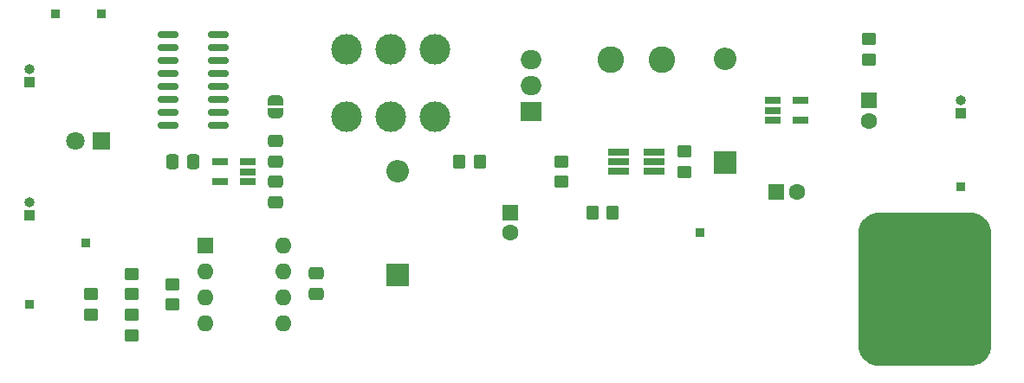
<source format=gts>
G04 #@! TF.GenerationSoftware,KiCad,Pcbnew,7.0.10*
G04 #@! TF.CreationDate,2024-02-12T15:02:02-05:00*
G04 #@! TF.ProjectId,breakout_pcb,62726561-6b6f-4757-945f-7063622e6b69,rev?*
G04 #@! TF.SameCoordinates,Original*
G04 #@! TF.FileFunction,Soldermask,Top*
G04 #@! TF.FilePolarity,Negative*
%FSLAX46Y46*%
G04 Gerber Fmt 4.6, Leading zero omitted, Abs format (unit mm)*
G04 Created by KiCad (PCBNEW 7.0.10) date 2024-02-12 15:02:02*
%MOMM*%
%LPD*%
G01*
G04 APERTURE LIST*
G04 Aperture macros list*
%AMRoundRect*
0 Rectangle with rounded corners*
0 $1 Rounding radius*
0 $2 $3 $4 $5 $6 $7 $8 $9 X,Y pos of 4 corners*
0 Add a 4 corners polygon primitive as box body*
4,1,4,$2,$3,$4,$5,$6,$7,$8,$9,$2,$3,0*
0 Add four circle primitives for the rounded corners*
1,1,$1+$1,$2,$3*
1,1,$1+$1,$4,$5*
1,1,$1+$1,$6,$7*
1,1,$1+$1,$8,$9*
0 Add four rect primitives between the rounded corners*
20,1,$1+$1,$2,$3,$4,$5,0*
20,1,$1+$1,$4,$5,$6,$7,0*
20,1,$1+$1,$6,$7,$8,$9,0*
20,1,$1+$1,$8,$9,$2,$3,0*%
%AMFreePoly0*
4,1,19,0.500000,-0.750000,0.000000,-0.750000,0.000000,-0.744911,-0.071157,-0.744911,-0.207708,-0.704816,-0.327430,-0.627875,-0.420627,-0.520320,-0.479746,-0.390866,-0.500000,-0.250000,-0.500000,0.250000,-0.479746,0.390866,-0.420627,0.520320,-0.327430,0.627875,-0.207708,0.704816,-0.071157,0.744911,0.000000,0.744911,0.000000,0.750000,0.500000,0.750000,0.500000,-0.750000,0.500000,-0.750000,
$1*%
%AMFreePoly1*
4,1,19,0.000000,0.744911,0.071157,0.744911,0.207708,0.704816,0.327430,0.627875,0.420627,0.520320,0.479746,0.390866,0.500000,0.250000,0.500000,-0.250000,0.479746,-0.390866,0.420627,-0.520320,0.327430,-0.627875,0.207708,-0.704816,0.071157,-0.744911,0.000000,-0.744911,0.000000,-0.750000,-0.500000,-0.750000,-0.500000,0.750000,0.000000,0.750000,0.000000,0.744911,0.000000,0.744911,
$1*%
G04 Aperture macros list end*
%ADD10R,0.850000X0.850000*%
%ADD11R,1.600000X1.600000*%
%ADD12O,1.600000X1.600000*%
%ADD13C,3.000000*%
%ADD14R,1.000000X1.000000*%
%ADD15O,1.000000X1.000000*%
%ADD16R,1.560000X0.650000*%
%ADD17RoundRect,0.250000X-0.450000X0.350000X-0.450000X-0.350000X0.450000X-0.350000X0.450000X0.350000X0*%
%ADD18RoundRect,0.250000X-0.350000X-0.450000X0.350000X-0.450000X0.350000X0.450000X-0.350000X0.450000X0*%
%ADD19C,1.600000*%
%ADD20R,2.200000X2.200000*%
%ADD21O,2.200000X2.200000*%
%ADD22RoundRect,0.250000X0.450000X-0.350000X0.450000X0.350000X-0.450000X0.350000X-0.450000X-0.350000X0*%
%ADD23RoundRect,0.250000X-0.475000X0.337500X-0.475000X-0.337500X0.475000X-0.337500X0.475000X0.337500X0*%
%ADD24RoundRect,0.250000X-0.337500X-0.475000X0.337500X-0.475000X0.337500X0.475000X-0.337500X0.475000X0*%
%ADD25R,2.000000X0.650000*%
%ADD26RoundRect,0.150000X-0.825000X-0.150000X0.825000X-0.150000X0.825000X0.150000X-0.825000X0.150000X0*%
%ADD27C,2.600000*%
%ADD28R,2.000000X1.905000*%
%ADD29O,2.000000X1.905000*%
%ADD30RoundRect,0.250000X0.350000X0.450000X-0.350000X0.450000X-0.350000X-0.450000X0.350000X-0.450000X0*%
%ADD31FreePoly0,270.000000*%
%ADD32FreePoly1,270.000000*%
%ADD33RoundRect,0.250000X0.475000X-0.337500X0.475000X0.337500X-0.475000X0.337500X-0.475000X-0.337500X0*%
%ADD34R,1.800000X1.800000*%
%ADD35C,1.800000*%
G04 APERTURE END LIST*
D10*
X190000000Y-61500000D03*
X101500000Y-44500000D03*
D11*
X116200000Y-67200000D03*
D12*
X116200000Y-69740000D03*
X116200000Y-72280000D03*
X116200000Y-74820000D03*
X123820000Y-74820000D03*
X123820000Y-72280000D03*
X123820000Y-69740000D03*
X123820000Y-67200000D03*
D13*
X138636000Y-54604000D03*
X134318000Y-54604000D03*
X138636000Y-48000000D03*
X134318000Y-48000000D03*
X130000000Y-54604000D03*
X130000000Y-48000000D03*
D14*
X190000000Y-54270000D03*
D15*
X190000000Y-53000000D03*
D16*
X120350000Y-60950000D03*
X120350000Y-60000000D03*
X120350000Y-59050000D03*
X117650000Y-59050000D03*
X117650000Y-60950000D03*
D10*
X106000000Y-44500000D03*
D17*
X105000000Y-72000000D03*
X105000000Y-74000000D03*
D18*
X141000000Y-59000000D03*
X143000000Y-59000000D03*
D11*
X181000000Y-53000000D03*
D19*
X181000000Y-55000000D03*
D16*
X171650000Y-53050000D03*
X171650000Y-54000000D03*
X171650000Y-54950000D03*
X174350000Y-54950000D03*
X174350000Y-53050000D03*
D20*
X167000000Y-59080000D03*
D21*
X167000000Y-48920000D03*
D10*
X104500000Y-67000000D03*
D22*
X109000000Y-76000000D03*
X109000000Y-74000000D03*
D23*
X127000000Y-69925000D03*
X127000000Y-72000000D03*
D24*
X112962500Y-59000000D03*
X115037500Y-59000000D03*
D14*
X99000000Y-51270000D03*
D15*
X99000000Y-50000000D03*
D25*
X156580000Y-58050000D03*
X156580000Y-59000000D03*
X156580000Y-59950000D03*
X160000000Y-59950000D03*
X160000000Y-59000000D03*
X160000000Y-58050000D03*
D26*
X112525000Y-46555000D03*
X112525000Y-47825000D03*
X112525000Y-49095000D03*
X112525000Y-50365000D03*
X112525000Y-51635000D03*
X112525000Y-52905000D03*
X112525000Y-54175000D03*
X112525000Y-55445000D03*
X117475000Y-55445000D03*
X117475000Y-54175000D03*
X117475000Y-52905000D03*
X117475000Y-51635000D03*
X117475000Y-50365000D03*
X117475000Y-49095000D03*
X117475000Y-47825000D03*
X117475000Y-46555000D03*
D27*
X160790000Y-49000000D03*
X155790000Y-49000000D03*
D22*
X151000000Y-61000000D03*
X151000000Y-59000000D03*
D28*
X148000000Y-54080000D03*
D29*
X148000000Y-51540000D03*
X148000000Y-49000000D03*
D23*
X123000000Y-56962500D03*
X123000000Y-59037500D03*
D22*
X113000000Y-73000000D03*
X113000000Y-71000000D03*
D30*
X156000000Y-64000000D03*
X154000000Y-64000000D03*
D11*
X146000000Y-64000000D03*
D19*
X146000000Y-66000000D03*
D31*
X123000000Y-53000000D03*
D32*
X123000000Y-54300000D03*
D22*
X181000000Y-49000000D03*
X181000000Y-47000000D03*
D10*
X164500000Y-66000000D03*
D22*
X109000000Y-72000000D03*
X109000000Y-70000000D03*
D20*
X135000000Y-70080000D03*
D21*
X135000000Y-59920000D03*
D33*
X123000000Y-63037500D03*
X123000000Y-60962500D03*
D10*
X99000000Y-73000000D03*
D17*
X163000000Y-58000000D03*
X163000000Y-60000000D03*
D34*
X106000000Y-57000000D03*
D35*
X103460000Y-57000000D03*
D14*
X99000000Y-64270000D03*
D15*
X99000000Y-63000000D03*
D11*
X172000000Y-62000000D03*
D19*
X174000000Y-62000000D03*
G36*
X191004418Y-64000316D02*
G01*
X191275785Y-64019724D01*
X191293297Y-64022242D01*
X191554794Y-64079127D01*
X191571770Y-64084111D01*
X191822524Y-64177638D01*
X191838617Y-64184988D01*
X192073496Y-64313241D01*
X192088380Y-64322806D01*
X192302624Y-64483188D01*
X192315994Y-64494774D01*
X192505225Y-64684005D01*
X192516811Y-64697375D01*
X192677193Y-64911619D01*
X192686758Y-64926503D01*
X192815011Y-65161382D01*
X192822361Y-65177475D01*
X192915888Y-65428229D01*
X192920872Y-65445205D01*
X192977757Y-65706702D01*
X192980275Y-65724214D01*
X192999684Y-65995581D01*
X193000000Y-66004427D01*
X193000000Y-76927477D01*
X192999980Y-76929691D01*
X192998765Y-76997739D01*
X192998607Y-77002163D01*
X192994963Y-77070135D01*
X192994825Y-77072342D01*
X192989980Y-77140090D01*
X192989585Y-77144500D01*
X192975070Y-77279507D01*
X192973811Y-77288268D01*
X192950100Y-77419694D01*
X192948218Y-77428345D01*
X192915191Y-77557741D01*
X192912697Y-77566234D01*
X192870520Y-77692952D01*
X192867427Y-77701245D01*
X192816322Y-77824624D01*
X192812645Y-77832675D01*
X192752872Y-77952087D01*
X192748630Y-77959856D01*
X192680479Y-78074719D01*
X192675693Y-78082166D01*
X192599525Y-78191868D01*
X192594220Y-78198954D01*
X192510433Y-78302927D01*
X192504637Y-78309617D01*
X192413627Y-78407368D01*
X192407368Y-78413626D01*
X192309626Y-78504628D01*
X192302936Y-78510425D01*
X192198942Y-78594229D01*
X192191856Y-78599534D01*
X192082166Y-78675693D01*
X192074719Y-78680479D01*
X191959856Y-78748630D01*
X191952087Y-78752872D01*
X191832671Y-78812647D01*
X191824620Y-78816324D01*
X191701237Y-78867431D01*
X191692943Y-78870524D01*
X191566234Y-78912697D01*
X191557740Y-78915191D01*
X191428325Y-78948221D01*
X191419676Y-78950103D01*
X191288268Y-78973811D01*
X191279507Y-78975070D01*
X191144500Y-78989585D01*
X191140090Y-78989980D01*
X191072342Y-78994825D01*
X191070135Y-78994963D01*
X191002163Y-78998607D01*
X190997739Y-78998765D01*
X190929692Y-78999980D01*
X190927478Y-79000000D01*
X182004428Y-79000000D01*
X181995582Y-78999684D01*
X181724214Y-78980275D01*
X181706702Y-78977757D01*
X181445205Y-78920872D01*
X181428229Y-78915888D01*
X181177475Y-78822361D01*
X181161382Y-78815011D01*
X180926503Y-78686758D01*
X180911619Y-78677193D01*
X180697375Y-78516811D01*
X180684005Y-78505225D01*
X180494774Y-78315994D01*
X180483188Y-78302624D01*
X180322806Y-78088380D01*
X180313241Y-78073496D01*
X180184988Y-77838617D01*
X180177638Y-77822524D01*
X180084111Y-77571770D01*
X180079127Y-77554794D01*
X180022242Y-77293297D01*
X180019724Y-77275785D01*
X180000316Y-77004418D01*
X180000000Y-76995572D01*
X180000000Y-66004427D01*
X180000316Y-65995581D01*
X180019724Y-65724214D01*
X180022242Y-65706702D01*
X180079127Y-65445205D01*
X180084111Y-65428229D01*
X180177638Y-65177475D01*
X180184988Y-65161382D01*
X180313241Y-64926503D01*
X180322806Y-64911619D01*
X180483188Y-64697375D01*
X180494774Y-64684005D01*
X180684005Y-64494774D01*
X180697375Y-64483188D01*
X180911619Y-64322806D01*
X180926503Y-64313241D01*
X181161382Y-64184988D01*
X181177475Y-64177638D01*
X181428229Y-64084111D01*
X181445205Y-64079127D01*
X181706702Y-64022242D01*
X181724214Y-64019724D01*
X181995582Y-64000316D01*
X182004428Y-64000000D01*
X190995572Y-64000000D01*
X191004418Y-64000316D01*
G37*
M02*

</source>
